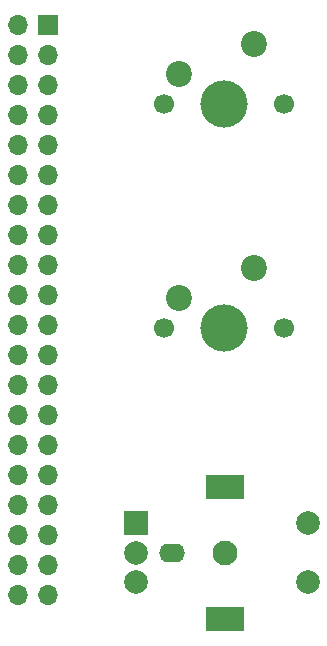
<source format=gbr>
%TF.GenerationSoftware,KiCad,Pcbnew,9.0.0*%
%TF.CreationDate,2025-06-09T17:29:50+05:30*%
%TF.ProjectId,MP3Player,4d503350-6c61-4796-9572-2e6b69636164,rev?*%
%TF.SameCoordinates,Original*%
%TF.FileFunction,Soldermask,Bot*%
%TF.FilePolarity,Negative*%
%FSLAX46Y46*%
G04 Gerber Fmt 4.6, Leading zero omitted, Abs format (unit mm)*
G04 Created by KiCad (PCBNEW 9.0.0) date 2025-06-09 17:29:50*
%MOMM*%
%LPD*%
G01*
G04 APERTURE LIST*
%ADD10R,1.700000X1.700000*%
%ADD11O,1.700000X1.700000*%
%ADD12O,2.200000X1.600000*%
%ADD13C,2.100000*%
%ADD14R,2.000000X2.000000*%
%ADD15C,2.000000*%
%ADD16R,3.200000X2.000000*%
%ADD17C,1.700000*%
%ADD18C,4.000000*%
%ADD19C,2.200000*%
G04 APERTURE END LIST*
D10*
%TO.C,J1*%
X133000000Y-53860000D03*
D11*
X130460000Y-53860000D03*
X133000000Y-56400000D03*
X130460000Y-56400000D03*
X133000000Y-58940000D03*
X130460000Y-58940000D03*
X133000000Y-61480000D03*
X130460000Y-61480000D03*
X133000000Y-64020000D03*
X130460000Y-64020000D03*
X133000000Y-66560000D03*
X130460000Y-66560000D03*
X133000000Y-69100000D03*
X130460000Y-69100000D03*
X133000000Y-71640000D03*
X130460000Y-71640000D03*
X133000000Y-74180000D03*
X130460000Y-74180000D03*
X133000000Y-76720000D03*
X130460000Y-76720000D03*
X133000000Y-79260000D03*
X130460000Y-79260000D03*
X133000000Y-81800000D03*
X130460000Y-81800000D03*
X133000000Y-84340000D03*
X130460000Y-84340000D03*
X133000000Y-86880000D03*
X130460000Y-86880000D03*
X133000000Y-89420000D03*
X130460000Y-89420000D03*
X133000000Y-91960000D03*
X130460000Y-91960000D03*
X133000000Y-94500000D03*
X130460000Y-94500000D03*
X133000000Y-97040000D03*
X130460000Y-97040000D03*
X133000000Y-99580000D03*
X130460000Y-99580000D03*
X133000000Y-102120000D03*
X130460000Y-102120000D03*
%TD*%
D12*
%TO.C,SW1*%
X143500000Y-98500000D03*
D13*
X148000000Y-98500000D03*
D14*
X140500000Y-96000000D03*
D15*
X140500000Y-101000000D03*
X140500000Y-98500000D03*
D16*
X148000000Y-92900000D03*
X148000000Y-104100000D03*
D15*
X155000000Y-101000000D03*
X155000000Y-96000000D03*
%TD*%
D17*
%TO.C,SW2*%
X142840000Y-60500000D03*
D18*
X147920000Y-60500000D03*
D17*
X153000000Y-60500000D03*
D19*
X150460000Y-55420000D03*
X144110000Y-57960000D03*
%TD*%
D17*
%TO.C,SW3*%
X142840000Y-79460000D03*
D18*
X147920000Y-79460000D03*
D17*
X153000000Y-79460000D03*
D19*
X150460000Y-74380000D03*
X144110000Y-76920000D03*
%TD*%
M02*

</source>
